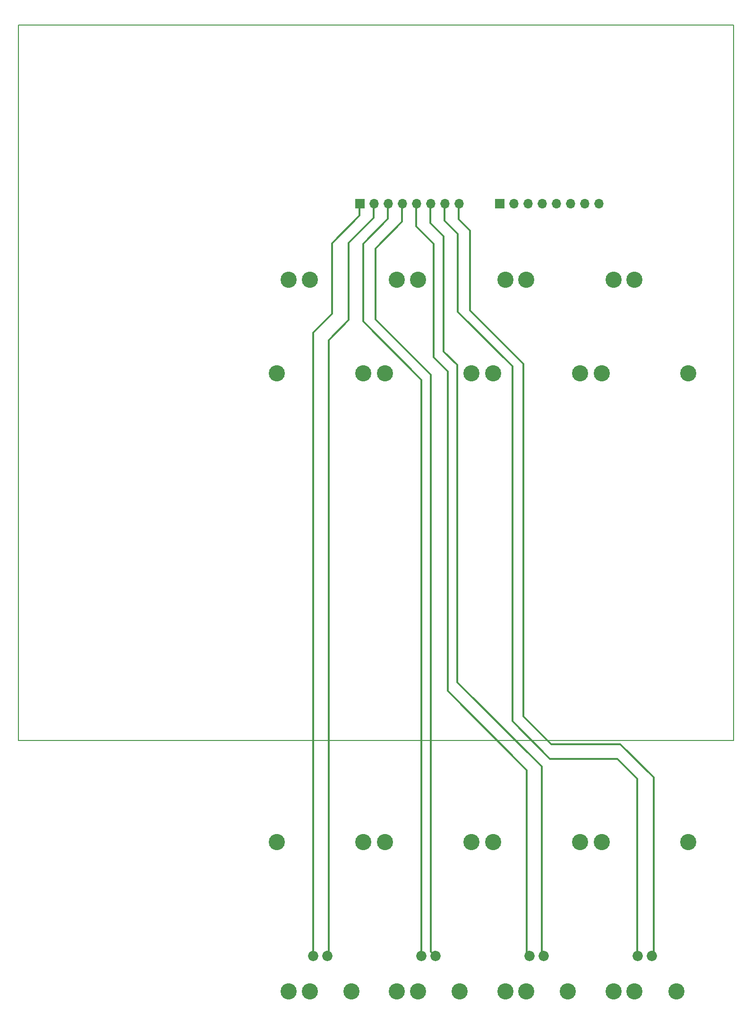
<source format=gbr>
%TF.GenerationSoftware,KiCad,Pcbnew,8.0.4*%
%TF.CreationDate,2024-11-13T09:33:08-05:00*%
%TF.ProjectId,dpx_faded,6470785f-6661-4646-9564-2e6b69636164,rev?*%
%TF.SameCoordinates,Original*%
%TF.FileFunction,Copper,L4,Bot*%
%TF.FilePolarity,Positive*%
%FSLAX46Y46*%
G04 Gerber Fmt 4.6, Leading zero omitted, Abs format (unit mm)*
G04 Created by KiCad (PCBNEW 8.0.4) date 2024-11-13 09:33:08*
%MOMM*%
%LPD*%
G01*
G04 APERTURE LIST*
%TA.AperFunction,NonConductor*%
%ADD10C,0.200000*%
%TD*%
%TA.AperFunction,ComponentPad*%
%ADD11R,1.700000X1.700000*%
%TD*%
%TA.AperFunction,ComponentPad*%
%ADD12O,1.700000X1.700000*%
%TD*%
%TA.AperFunction,ComponentPad*%
%ADD13C,2.900000*%
%TD*%
%TA.AperFunction,ComponentPad*%
%ADD14C,1.850000*%
%TD*%
%TA.AperFunction,Conductor*%
%ADD15C,0.350000*%
%TD*%
G04 APERTURE END LIST*
D10*
X0Y0D02*
X0Y-128200000D01*
X0Y0D02*
X128200000Y0D01*
X128200000Y-128200000D01*
X0Y-128200000D01*
X0Y0D01*
D11*
%TO.P,J2,1,Pin_1*%
%TO.N,/M1_A*%
X61195000Y-32000000D03*
D12*
%TO.P,J2,2,Pin_2*%
%TO.N,/M1_B*%
X63735000Y-32000000D03*
%TO.P,J2,3,Pin_3*%
%TO.N,/M2_A*%
X66275000Y-32000000D03*
%TO.P,J2,4,Pin_4*%
%TO.N,/M2_B*%
X68815000Y-32000000D03*
%TO.P,J2,5,Pin_5*%
%TO.N,/M3_A*%
X71355000Y-32000000D03*
%TO.P,J2,6,Pin_6*%
%TO.N,/M3_B*%
X73895000Y-32000000D03*
%TO.P,J2,7,Pin_7*%
%TO.N,/M4_A*%
X76435000Y-32000000D03*
%TO.P,J2,8,Pin_8*%
%TO.N,/M4_B*%
X78975000Y-32000000D03*
%TD*%
D13*
%TO.P,U2,1,VCC*%
%TO.N,GND*%
X67845000Y-173180000D03*
%TO.P,U2,2,Wiper*%
%TO.N,/P2*%
X67845000Y-45680000D03*
%TO.P,U2,3,GND*%
%TO.N,VCC*%
X71595000Y-45680000D03*
%TO.P,U2,4,GND*%
%TO.N,GND*%
X71595000Y-173180000D03*
D14*
%TO.P,U2,5,+*%
%TO.N,/M2_A*%
X72200000Y-166830000D03*
%TO.P,U2,6,-*%
%TO.N,/M2_B*%
X74740000Y-166830000D03*
D13*
%TO.P,U2,7,MNT*%
%TO.N,unconnected-(U2D-MNT-Pad7)*%
X65720000Y-146430000D03*
X81220000Y-146430000D03*
X65720000Y-62430000D03*
X81220000Y-62430000D03*
%TO.P,U2,8,Touch*%
%TO.N,/T2*%
X79095000Y-173180000D03*
%TD*%
%TO.P,U4,1,VCC*%
%TO.N,GND*%
X106645000Y-173180000D03*
%TO.P,U4,2,Wiper*%
%TO.N,/P4*%
X106645000Y-45680000D03*
%TO.P,U4,3,GND*%
%TO.N,VCC*%
X110395000Y-45680000D03*
%TO.P,U4,4,GND*%
%TO.N,GND*%
X110395000Y-173180000D03*
D14*
%TO.P,U4,5,+*%
%TO.N,/M4_A*%
X111000000Y-166830000D03*
%TO.P,U4,6,-*%
%TO.N,/M4_B*%
X113540000Y-166830000D03*
D13*
%TO.P,U4,7,MNT*%
%TO.N,unconnected-(U4D-MNT-Pad7)*%
X104520000Y-146430000D03*
X120020000Y-146430000D03*
X104520000Y-62430000D03*
X120020000Y-62430000D03*
%TO.P,U4,8,Touch*%
%TO.N,/T4*%
X117895000Y-173180000D03*
%TD*%
%TO.P,U3,1,VCC*%
%TO.N,GND*%
X87245000Y-173180000D03*
%TO.P,U3,2,Wiper*%
%TO.N,/P3*%
X87245000Y-45680000D03*
%TO.P,U3,3,GND*%
%TO.N,VCC*%
X90995000Y-45680000D03*
%TO.P,U3,4,GND*%
%TO.N,GND*%
X90995000Y-173180000D03*
D14*
%TO.P,U3,5,+*%
%TO.N,/M3_A*%
X91600000Y-166830000D03*
%TO.P,U3,6,-*%
%TO.N,/M3_B*%
X94140000Y-166830000D03*
D13*
%TO.P,U3,7,MNT*%
%TO.N,unconnected-(U3D-MNT-Pad7)*%
X85120000Y-146430000D03*
X100620000Y-146430000D03*
X85120000Y-62430000D03*
X100620000Y-62430000D03*
%TO.P,U3,8,Touch*%
%TO.N,/T3*%
X98495000Y-173180000D03*
%TD*%
%TO.P,U1,1,VCC*%
%TO.N,GND*%
X48445000Y-173180000D03*
%TO.P,U1,2,Wiper*%
%TO.N,/P1*%
X48445000Y-45680000D03*
%TO.P,U1,3,GND*%
%TO.N,VCC*%
X52195000Y-45680000D03*
%TO.P,U1,4,GND*%
%TO.N,GND*%
X52195000Y-173180000D03*
D14*
%TO.P,U1,5,+*%
%TO.N,/M1_A*%
X52800000Y-166830000D03*
%TO.P,U1,6,-*%
%TO.N,/M1_B*%
X55340000Y-166830000D03*
D13*
%TO.P,U1,7,MNT*%
%TO.N,unconnected-(U1D-MNT-Pad7)*%
X46320000Y-146430000D03*
X61820000Y-146430000D03*
X46320000Y-62430000D03*
X61820000Y-62430000D03*
%TO.P,U1,8,Touch*%
%TO.N,/T1*%
X59695000Y-173180000D03*
%TD*%
D11*
%TO.P,J1,1,Pin_1*%
%TO.N,/P1*%
X86250000Y-32030000D03*
D12*
%TO.P,J1,2,Pin_2*%
%TO.N,/T1*%
X88790000Y-32030000D03*
%TO.P,J1,3,Pin_3*%
%TO.N,/P2*%
X91330000Y-32030000D03*
%TO.P,J1,4,Pin_4*%
%TO.N,/T2*%
X93870000Y-32030000D03*
%TO.P,J1,5,Pin_5*%
%TO.N,/P3*%
X96410000Y-32030000D03*
%TO.P,J1,6,Pin_6*%
%TO.N,/T3*%
X98950000Y-32030000D03*
%TO.P,J1,7,Pin_7*%
%TO.N,/P4*%
X101490000Y-32030000D03*
%TO.P,J1,8,Pin_8*%
%TO.N,/T4*%
X104030000Y-32030000D03*
%TD*%
D15*
%TO.N,/M1_A*%
X61140000Y-32055000D02*
X61195000Y-32000000D01*
X56170000Y-39100000D02*
X61140000Y-34130000D01*
X56170000Y-51740000D02*
X56170000Y-39100000D01*
X52800000Y-166830000D02*
X52800000Y-55110000D01*
X52800000Y-55110000D02*
X56170000Y-51740000D01*
X61140000Y-34130000D02*
X61140000Y-32055000D01*
%TO.N,/M2_A*%
X72200000Y-166830000D02*
X72200000Y-63570000D01*
X66220000Y-34750000D02*
X66220000Y-32055000D01*
X66220000Y-32055000D02*
X66275000Y-32000000D01*
X72200000Y-63570000D02*
X61770000Y-53140000D01*
X61770000Y-39200000D02*
X66220000Y-34750000D01*
X61770000Y-53140000D02*
X61770000Y-39200000D01*
%TO.N,/M2_B*%
X63960000Y-52730000D02*
X73930000Y-62700000D01*
X68760000Y-35250000D02*
X63960000Y-40050000D01*
X73930000Y-62700000D02*
X73930000Y-166020000D01*
X68760000Y-32055000D02*
X68760000Y-35250000D01*
X68815000Y-32000000D02*
X68760000Y-32055000D01*
X73930000Y-166020000D02*
X74740000Y-166830000D01*
X63960000Y-40050000D02*
X63960000Y-52730000D01*
%TO.N,/M3_A*%
X76920000Y-62040000D02*
X76920000Y-119350000D01*
X71355000Y-32000000D02*
X71300000Y-32055000D01*
X71300000Y-32055000D02*
X71300000Y-36080000D01*
X74450000Y-59570000D02*
X76920000Y-62040000D01*
X91090000Y-133520000D02*
X91090000Y-166320000D01*
X91090000Y-166320000D02*
X91600000Y-166830000D01*
X76920000Y-119350000D02*
X91090000Y-133520000D01*
X71300000Y-36080000D02*
X74450000Y-39230000D01*
X74450000Y-39230000D02*
X74450000Y-59570000D01*
%TO.N,/M3_B*%
X93770000Y-166460000D02*
X94140000Y-166830000D01*
X93770000Y-132890000D02*
X93770000Y-166460000D01*
X78660000Y-60930000D02*
X78660000Y-117780000D01*
X76230000Y-58500000D02*
X78660000Y-60930000D01*
X76230000Y-37880000D02*
X76230000Y-58500000D01*
X73895000Y-32000000D02*
X73840000Y-32055000D01*
X73840000Y-35490000D02*
X76230000Y-37880000D01*
X73840000Y-32055000D02*
X73840000Y-35490000D01*
X78660000Y-117780000D02*
X93770000Y-132890000D01*
%TO.N,/M4_B*%
X80970000Y-51150000D02*
X90540000Y-60720000D01*
X95470000Y-128840000D02*
X107850000Y-128840000D01*
X113850000Y-166520000D02*
X113540000Y-166830000D01*
X80970000Y-36870000D02*
X80970000Y-51150000D01*
X78920000Y-32055000D02*
X78920000Y-34820000D01*
X107850000Y-128840000D02*
X113850000Y-134840000D01*
X90540000Y-60720000D02*
X90540000Y-123910000D01*
X78920000Y-34820000D02*
X80970000Y-36870000D01*
X78975000Y-32000000D02*
X78920000Y-32055000D01*
X113850000Y-134840000D02*
X113850000Y-166520000D01*
X90540000Y-123910000D02*
X95470000Y-128840000D01*
%TO.N,/M4_A*%
X76380000Y-35080000D02*
X78760000Y-37460000D01*
X78760000Y-51370000D02*
X88520000Y-61130000D01*
X78760000Y-37460000D02*
X78760000Y-51370000D01*
X76380000Y-32055000D02*
X76380000Y-35080000D01*
X88520000Y-124730000D02*
X95270000Y-131480000D01*
X110940000Y-135030000D02*
X110940000Y-166770000D01*
X88520000Y-61130000D02*
X88520000Y-124730000D01*
X95270000Y-131480000D02*
X107390000Y-131480000D01*
X76435000Y-32000000D02*
X76380000Y-32055000D01*
X107390000Y-131480000D02*
X110940000Y-135030000D01*
X110940000Y-166770000D02*
X111000000Y-166830000D01*
%TO.N,/M1_B*%
X55620000Y-166550000D02*
X55340000Y-166830000D01*
X63680000Y-32055000D02*
X63680000Y-34560000D01*
X59200000Y-52870000D02*
X55620000Y-56450000D01*
X63735000Y-32000000D02*
X63680000Y-32055000D01*
X55620000Y-56450000D02*
X55620000Y-166550000D01*
X63680000Y-34560000D02*
X59200000Y-39040000D01*
X59200000Y-39040000D02*
X59200000Y-52870000D01*
%TD*%
M02*

</source>
